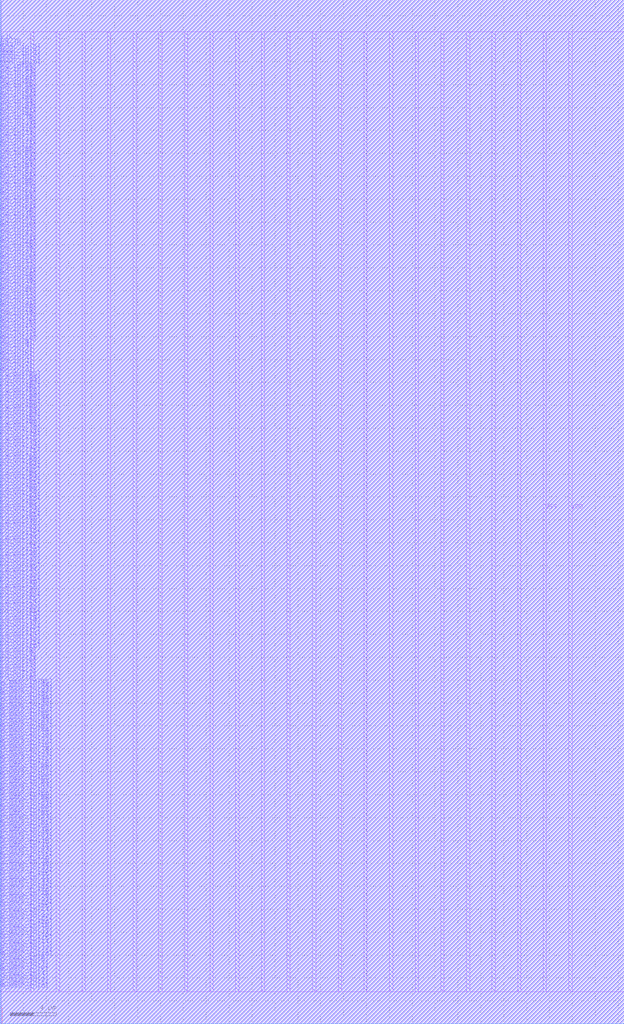
<source format=lef>
VERSION 5.7 ;
BUSBITCHARS "[]" ;
MACRO fakeram45_64x96
  FOREIGN fakeram45_64x96 0 0 ;
  SYMMETRY X Y R90 ;
  SIZE 0.19 BY 1.4 ;
  CLASS BLOCK ;
  PIN w_mask_in[0]
    DIRECTION INPUT ;
    USE SIGNAL ;
    SHAPE ABUTMENT ;
    PORT
      LAYER metal18 ;
      RECT 0.000 2.800 0.070 2.870 ;
    END
  END w_mask_in[0]
  PIN w_mask_in[1]
    DIRECTION INPUT ;
    USE SIGNAL ;
    SHAPE ABUTMENT ;
    PORT
      LAYER metal18 ;
      RECT 0.000 3.080 0.070 3.150 ;
    END
  END w_mask_in[1]
  PIN w_mask_in[2]
    DIRECTION INPUT ;
    USE SIGNAL ;
    SHAPE ABUTMENT ;
    PORT
      LAYER metal18 ;
      RECT 0.000 3.360 0.070 3.430 ;
    END
  END w_mask_in[2]
  PIN w_mask_in[3]
    DIRECTION INPUT ;
    USE SIGNAL ;
    SHAPE ABUTMENT ;
    PORT
      LAYER metal18 ;
      RECT 0.000 3.640 0.070 3.710 ;
    END
  END w_mask_in[3]
  PIN w_mask_in[4]
    DIRECTION INPUT ;
    USE SIGNAL ;
    SHAPE ABUTMENT ;
    PORT
      LAYER metal18 ;
      RECT 0.000 3.920 0.070 3.990 ;
    END
  END w_mask_in[4]
  PIN w_mask_in[5]
    DIRECTION INPUT ;
    USE SIGNAL ;
    SHAPE ABUTMENT ;
    PORT
      LAYER metal18 ;
      RECT 0.000 4.200 0.070 4.270 ;
    END
  END w_mask_in[5]
  PIN w_mask_in[6]
    DIRECTION INPUT ;
    USE SIGNAL ;
    SHAPE ABUTMENT ;
    PORT
      LAYER metal18 ;
      RECT 0.000 4.480 0.070 4.550 ;
    END
  END w_mask_in[6]
  PIN w_mask_in[7]
    DIRECTION INPUT ;
    USE SIGNAL ;
    SHAPE ABUTMENT ;
    PORT
      LAYER metal18 ;
      RECT 0.000 4.760 0.070 4.830 ;
    END
  END w_mask_in[7]
  PIN w_mask_in[8]
    DIRECTION INPUT ;
    USE SIGNAL ;
    SHAPE ABUTMENT ;
    PORT
      LAYER metal18 ;
      RECT 0.000 5.040 0.070 5.110 ;
    END
  END w_mask_in[8]
  PIN w_mask_in[9]
    DIRECTION INPUT ;
    USE SIGNAL ;
    SHAPE ABUTMENT ;
    PORT
      LAYER metal18 ;
      RECT 0.000 5.320 0.070 5.390 ;
    END
  END w_mask_in[9]
  PIN w_mask_in[10]
    DIRECTION INPUT ;
    USE SIGNAL ;
    SHAPE ABUTMENT ;
    PORT
      LAYER metal18 ;
      RECT 0.000 5.600 0.070 5.670 ;
    END
  END w_mask_in[10]
  PIN w_mask_in[11]
    DIRECTION INPUT ;
    USE SIGNAL ;
    SHAPE ABUTMENT ;
    PORT
      LAYER metal18 ;
      RECT 0.000 5.880 0.070 5.950 ;
    END
  END w_mask_in[11]
  PIN w_mask_in[12]
    DIRECTION INPUT ;
    USE SIGNAL ;
    SHAPE ABUTMENT ;
    PORT
      LAYER metal18 ;
      RECT 0.000 6.160 0.070 6.230 ;
    END
  END w_mask_in[12]
  PIN w_mask_in[13]
    DIRECTION INPUT ;
    USE SIGNAL ;
    SHAPE ABUTMENT ;
    PORT
      LAYER metal18 ;
      RECT 0.000 6.440 0.070 6.510 ;
    END
  END w_mask_in[13]
  PIN w_mask_in[14]
    DIRECTION INPUT ;
    USE SIGNAL ;
    SHAPE ABUTMENT ;
    PORT
      LAYER metal18 ;
      RECT 0.000 6.720 0.070 6.790 ;
    END
  END w_mask_in[14]
  PIN w_mask_in[15]
    DIRECTION INPUT ;
    USE SIGNAL ;
    SHAPE ABUTMENT ;
    PORT
      LAYER metal18 ;
      RECT 0.000 7.000 0.070 7.070 ;
    END
  END w_mask_in[15]
  PIN w_mask_in[16]
    DIRECTION INPUT ;
    USE SIGNAL ;
    SHAPE ABUTMENT ;
    PORT
      LAYER metal18 ;
      RECT 0.000 7.280 0.070 7.350 ;
    END
  END w_mask_in[16]
  PIN w_mask_in[17]
    DIRECTION INPUT ;
    USE SIGNAL ;
    SHAPE ABUTMENT ;
    PORT
      LAYER metal18 ;
      RECT 0.000 7.560 0.070 7.630 ;
    END
  END w_mask_in[17]
  PIN w_mask_in[18]
    DIRECTION INPUT ;
    USE SIGNAL ;
    SHAPE ABUTMENT ;
    PORT
      LAYER metal18 ;
      RECT 0.000 7.840 0.070 7.910 ;
    END
  END w_mask_in[18]
  PIN w_mask_in[19]
    DIRECTION INPUT ;
    USE SIGNAL ;
    SHAPE ABUTMENT ;
    PORT
      LAYER metal18 ;
      RECT 0.000 8.120 0.070 8.190 ;
    END
  END w_mask_in[19]
  PIN w_mask_in[20]
    DIRECTION INPUT ;
    USE SIGNAL ;
    SHAPE ABUTMENT ;
    PORT
      LAYER metal18 ;
      RECT 0.000 8.400 0.070 8.470 ;
    END
  END w_mask_in[20]
  PIN w_mask_in[21]
    DIRECTION INPUT ;
    USE SIGNAL ;
    SHAPE ABUTMENT ;
    PORT
      LAYER metal18 ;
      RECT 0.000 8.680 0.070 8.750 ;
    END
  END w_mask_in[21]
  PIN w_mask_in[22]
    DIRECTION INPUT ;
    USE SIGNAL ;
    SHAPE ABUTMENT ;
    PORT
      LAYER metal18 ;
      RECT 0.000 8.960 0.070 9.030 ;
    END
  END w_mask_in[22]
  PIN w_mask_in[23]
    DIRECTION INPUT ;
    USE SIGNAL ;
    SHAPE ABUTMENT ;
    PORT
      LAYER metal18 ;
      RECT 0.000 9.240 0.070 9.310 ;
    END
  END w_mask_in[23]
  PIN w_mask_in[24]
    DIRECTION INPUT ;
    USE SIGNAL ;
    SHAPE ABUTMENT ;
    PORT
      LAYER metal18 ;
      RECT 0.000 9.520 0.070 9.590 ;
    END
  END w_mask_in[24]
  PIN w_mask_in[25]
    DIRECTION INPUT ;
    USE SIGNAL ;
    SHAPE ABUTMENT ;
    PORT
      LAYER metal18 ;
      RECT 0.000 9.800 0.070 9.870 ;
    END
  END w_mask_in[25]
  PIN w_mask_in[26]
    DIRECTION INPUT ;
    USE SIGNAL ;
    SHAPE ABUTMENT ;
    PORT
      LAYER metal18 ;
      RECT 0.000 10.080 0.070 10.150 ;
    END
  END w_mask_in[26]
  PIN w_mask_in[27]
    DIRECTION INPUT ;
    USE SIGNAL ;
    SHAPE ABUTMENT ;
    PORT
      LAYER metal18 ;
      RECT 0.000 10.360 0.070 10.430 ;
    END
  END w_mask_in[27]
  PIN w_mask_in[28]
    DIRECTION INPUT ;
    USE SIGNAL ;
    SHAPE ABUTMENT ;
    PORT
      LAYER metal18 ;
      RECT 0.000 10.640 0.070 10.710 ;
    END
  END w_mask_in[28]
  PIN w_mask_in[29]
    DIRECTION INPUT ;
    USE SIGNAL ;
    SHAPE ABUTMENT ;
    PORT
      LAYER metal18 ;
      RECT 0.000 10.920 0.070 10.990 ;
    END
  END w_mask_in[29]
  PIN w_mask_in[30]
    DIRECTION INPUT ;
    USE SIGNAL ;
    SHAPE ABUTMENT ;
    PORT
      LAYER metal18 ;
      RECT 0.000 11.200 0.070 11.270 ;
    END
  END w_mask_in[30]
  PIN w_mask_in[31]
    DIRECTION INPUT ;
    USE SIGNAL ;
    SHAPE ABUTMENT ;
    PORT
      LAYER metal18 ;
      RECT 0.000 11.480 0.070 11.550 ;
    END
  END w_mask_in[31]
  PIN w_mask_in[32]
    DIRECTION INPUT ;
    USE SIGNAL ;
    SHAPE ABUTMENT ;
    PORT
      LAYER metal18 ;
      RECT 0.000 11.760 0.070 11.830 ;
    END
  END w_mask_in[32]
  PIN w_mask_in[33]
    DIRECTION INPUT ;
    USE SIGNAL ;
    SHAPE ABUTMENT ;
    PORT
      LAYER metal18 ;
      RECT 0.000 12.040 0.070 12.110 ;
    END
  END w_mask_in[33]
  PIN w_mask_in[34]
    DIRECTION INPUT ;
    USE SIGNAL ;
    SHAPE ABUTMENT ;
    PORT
      LAYER metal18 ;
      RECT 0.000 12.320 0.070 12.390 ;
    END
  END w_mask_in[34]
  PIN w_mask_in[35]
    DIRECTION INPUT ;
    USE SIGNAL ;
    SHAPE ABUTMENT ;
    PORT
      LAYER metal18 ;
      RECT 0.000 12.600 0.070 12.670 ;
    END
  END w_mask_in[35]
  PIN w_mask_in[36]
    DIRECTION INPUT ;
    USE SIGNAL ;
    SHAPE ABUTMENT ;
    PORT
      LAYER metal18 ;
      RECT 0.000 12.880 0.070 12.950 ;
    END
  END w_mask_in[36]
  PIN w_mask_in[37]
    DIRECTION INPUT ;
    USE SIGNAL ;
    SHAPE ABUTMENT ;
    PORT
      LAYER metal18 ;
      RECT 0.000 13.160 0.070 13.230 ;
    END
  END w_mask_in[37]
  PIN w_mask_in[38]
    DIRECTION INPUT ;
    USE SIGNAL ;
    SHAPE ABUTMENT ;
    PORT
      LAYER metal18 ;
      RECT 0.000 13.440 0.070 13.510 ;
    END
  END w_mask_in[38]
  PIN w_mask_in[39]
    DIRECTION INPUT ;
    USE SIGNAL ;
    SHAPE ABUTMENT ;
    PORT
      LAYER metal18 ;
      RECT 0.000 13.720 0.070 13.790 ;
    END
  END w_mask_in[39]
  PIN w_mask_in[40]
    DIRECTION INPUT ;
    USE SIGNAL ;
    SHAPE ABUTMENT ;
    PORT
      LAYER metal18 ;
      RECT 0.000 14.000 0.070 14.070 ;
    END
  END w_mask_in[40]
  PIN w_mask_in[41]
    DIRECTION INPUT ;
    USE SIGNAL ;
    SHAPE ABUTMENT ;
    PORT
      LAYER metal18 ;
      RECT 0.000 14.280 0.070 14.350 ;
    END
  END w_mask_in[41]
  PIN w_mask_in[42]
    DIRECTION INPUT ;
    USE SIGNAL ;
    SHAPE ABUTMENT ;
    PORT
      LAYER metal18 ;
      RECT 0.000 14.560 0.070 14.630 ;
    END
  END w_mask_in[42]
  PIN w_mask_in[43]
    DIRECTION INPUT ;
    USE SIGNAL ;
    SHAPE ABUTMENT ;
    PORT
      LAYER metal18 ;
      RECT 0.000 14.840 0.070 14.910 ;
    END
  END w_mask_in[43]
  PIN w_mask_in[44]
    DIRECTION INPUT ;
    USE SIGNAL ;
    SHAPE ABUTMENT ;
    PORT
      LAYER metal18 ;
      RECT 0.000 15.120 0.070 15.190 ;
    END
  END w_mask_in[44]
  PIN w_mask_in[45]
    DIRECTION INPUT ;
    USE SIGNAL ;
    SHAPE ABUTMENT ;
    PORT
      LAYER metal18 ;
      RECT 0.000 15.400 0.070 15.470 ;
    END
  END w_mask_in[45]
  PIN w_mask_in[46]
    DIRECTION INPUT ;
    USE SIGNAL ;
    SHAPE ABUTMENT ;
    PORT
      LAYER metal18 ;
      RECT 0.000 15.680 0.070 15.750 ;
    END
  END w_mask_in[46]
  PIN w_mask_in[47]
    DIRECTION INPUT ;
    USE SIGNAL ;
    SHAPE ABUTMENT ;
    PORT
      LAYER metal18 ;
      RECT 0.000 15.960 0.070 16.030 ;
    END
  END w_mask_in[47]
  PIN w_mask_in[48]
    DIRECTION INPUT ;
    USE SIGNAL ;
    SHAPE ABUTMENT ;
    PORT
      LAYER metal18 ;
      RECT 0.000 16.240 0.070 16.310 ;
    END
  END w_mask_in[48]
  PIN w_mask_in[49]
    DIRECTION INPUT ;
    USE SIGNAL ;
    SHAPE ABUTMENT ;
    PORT
      LAYER metal18 ;
      RECT 0.000 16.520 0.070 16.590 ;
    END
  END w_mask_in[49]
  PIN w_mask_in[50]
    DIRECTION INPUT ;
    USE SIGNAL ;
    SHAPE ABUTMENT ;
    PORT
      LAYER metal18 ;
      RECT 0.000 16.800 0.070 16.870 ;
    END
  END w_mask_in[50]
  PIN w_mask_in[51]
    DIRECTION INPUT ;
    USE SIGNAL ;
    SHAPE ABUTMENT ;
    PORT
      LAYER metal18 ;
      RECT 0.000 17.080 0.070 17.150 ;
    END
  END w_mask_in[51]
  PIN w_mask_in[52]
    DIRECTION INPUT ;
    USE SIGNAL ;
    SHAPE ABUTMENT ;
    PORT
      LAYER metal18 ;
      RECT 0.000 17.360 0.070 17.430 ;
    END
  END w_mask_in[52]
  PIN w_mask_in[53]
    DIRECTION INPUT ;
    USE SIGNAL ;
    SHAPE ABUTMENT ;
    PORT
      LAYER metal18 ;
      RECT 0.000 17.640 0.070 17.710 ;
    END
  END w_mask_in[53]
  PIN w_mask_in[54]
    DIRECTION INPUT ;
    USE SIGNAL ;
    SHAPE ABUTMENT ;
    PORT
      LAYER metal18 ;
      RECT 0.000 17.920 0.070 17.990 ;
    END
  END w_mask_in[54]
  PIN w_mask_in[55]
    DIRECTION INPUT ;
    USE SIGNAL ;
    SHAPE ABUTMENT ;
    PORT
      LAYER metal18 ;
      RECT 0.000 18.200 0.070 18.270 ;
    END
  END w_mask_in[55]
  PIN w_mask_in[56]
    DIRECTION INPUT ;
    USE SIGNAL ;
    SHAPE ABUTMENT ;
    PORT
      LAYER metal18 ;
      RECT 0.000 18.480 0.070 18.550 ;
    END
  END w_mask_in[56]
  PIN w_mask_in[57]
    DIRECTION INPUT ;
    USE SIGNAL ;
    SHAPE ABUTMENT ;
    PORT
      LAYER metal18 ;
      RECT 0.000 18.760 0.070 18.830 ;
    END
  END w_mask_in[57]
  PIN w_mask_in[58]
    DIRECTION INPUT ;
    USE SIGNAL ;
    SHAPE ABUTMENT ;
    PORT
      LAYER metal18 ;
      RECT 0.000 19.040 0.070 19.110 ;
    END
  END w_mask_in[58]
  PIN w_mask_in[59]
    DIRECTION INPUT ;
    USE SIGNAL ;
    SHAPE ABUTMENT ;
    PORT
      LAYER metal18 ;
      RECT 0.000 19.320 0.070 19.390 ;
    END
  END w_mask_in[59]
  PIN w_mask_in[60]
    DIRECTION INPUT ;
    USE SIGNAL ;
    SHAPE ABUTMENT ;
    PORT
      LAYER metal18 ;
      RECT 0.000 19.600 0.070 19.670 ;
    END
  END w_mask_in[60]
  PIN w_mask_in[61]
    DIRECTION INPUT ;
    USE SIGNAL ;
    SHAPE ABUTMENT ;
    PORT
      LAYER metal18 ;
      RECT 0.000 19.880 0.070 19.950 ;
    END
  END w_mask_in[61]
  PIN w_mask_in[62]
    DIRECTION INPUT ;
    USE SIGNAL ;
    SHAPE ABUTMENT ;
    PORT
      LAYER metal18 ;
      RECT 0.000 20.160 0.070 20.230 ;
    END
  END w_mask_in[62]
  PIN w_mask_in[63]
    DIRECTION INPUT ;
    USE SIGNAL ;
    SHAPE ABUTMENT ;
    PORT
      LAYER metal18 ;
      RECT 0.000 20.440 0.070 20.510 ;
    END
  END w_mask_in[63]
  PIN w_mask_in[64]
    DIRECTION INPUT ;
    USE SIGNAL ;
    SHAPE ABUTMENT ;
    PORT
      LAYER metal18 ;
      RECT 0.000 20.720 0.070 20.790 ;
    END
  END w_mask_in[64]
  PIN w_mask_in[65]
    DIRECTION INPUT ;
    USE SIGNAL ;
    SHAPE ABUTMENT ;
    PORT
      LAYER metal18 ;
      RECT 0.000 21.000 0.070 21.070 ;
    END
  END w_mask_in[65]
  PIN w_mask_in[66]
    DIRECTION INPUT ;
    USE SIGNAL ;
    SHAPE ABUTMENT ;
    PORT
      LAYER metal18 ;
      RECT 0.000 21.280 0.070 21.350 ;
    END
  END w_mask_in[66]
  PIN w_mask_in[67]
    DIRECTION INPUT ;
    USE SIGNAL ;
    SHAPE ABUTMENT ;
    PORT
      LAYER metal18 ;
      RECT 0.000 21.560 0.070 21.630 ;
    END
  END w_mask_in[67]
  PIN w_mask_in[68]
    DIRECTION INPUT ;
    USE SIGNAL ;
    SHAPE ABUTMENT ;
    PORT
      LAYER metal18 ;
      RECT 0.000 21.840 0.070 21.910 ;
    END
  END w_mask_in[68]
  PIN w_mask_in[69]
    DIRECTION INPUT ;
    USE SIGNAL ;
    SHAPE ABUTMENT ;
    PORT
      LAYER metal18 ;
      RECT 0.000 22.120 0.070 22.190 ;
    END
  END w_mask_in[69]
  PIN w_mask_in[70]
    DIRECTION INPUT ;
    USE SIGNAL ;
    SHAPE ABUTMENT ;
    PORT
      LAYER metal18 ;
      RECT 0.000 22.400 0.070 22.470 ;
    END
  END w_mask_in[70]
  PIN w_mask_in[71]
    DIRECTION INPUT ;
    USE SIGNAL ;
    SHAPE ABUTMENT ;
    PORT
      LAYER metal18 ;
      RECT 0.000 22.680 0.070 22.750 ;
    END
  END w_mask_in[71]
  PIN w_mask_in[72]
    DIRECTION INPUT ;
    USE SIGNAL ;
    SHAPE ABUTMENT ;
    PORT
      LAYER metal18 ;
      RECT 0.000 22.960 0.070 23.030 ;
    END
  END w_mask_in[72]
  PIN w_mask_in[73]
    DIRECTION INPUT ;
    USE SIGNAL ;
    SHAPE ABUTMENT ;
    PORT
      LAYER metal18 ;
      RECT 0.000 23.240 0.070 23.310 ;
    END
  END w_mask_in[73]
  PIN w_mask_in[74]
    DIRECTION INPUT ;
    USE SIGNAL ;
    SHAPE ABUTMENT ;
    PORT
      LAYER metal18 ;
      RECT 0.000 23.520 0.070 23.590 ;
    END
  END w_mask_in[74]
  PIN w_mask_in[75]
    DIRECTION INPUT ;
    USE SIGNAL ;
    SHAPE ABUTMENT ;
    PORT
      LAYER metal18 ;
      RECT 0.000 23.800 0.070 23.870 ;
    END
  END w_mask_in[75]
  PIN w_mask_in[76]
    DIRECTION INPUT ;
    USE SIGNAL ;
    SHAPE ABUTMENT ;
    PORT
      LAYER metal18 ;
      RECT 0.000 24.080 0.070 24.150 ;
    END
  END w_mask_in[76]
  PIN w_mask_in[77]
    DIRECTION INPUT ;
    USE SIGNAL ;
    SHAPE ABUTMENT ;
    PORT
      LAYER metal18 ;
      RECT 0.000 24.360 0.070 24.430 ;
    END
  END w_mask_in[77]
  PIN w_mask_in[78]
    DIRECTION INPUT ;
    USE SIGNAL ;
    SHAPE ABUTMENT ;
    PORT
      LAYER metal18 ;
      RECT 0.000 24.640 0.070 24.710 ;
    END
  END w_mask_in[78]
  PIN w_mask_in[79]
    DIRECTION INPUT ;
    USE SIGNAL ;
    SHAPE ABUTMENT ;
    PORT
      LAYER metal18 ;
      RECT 0.000 24.920 0.070 24.990 ;
    END
  END w_mask_in[79]
  PIN w_mask_in[80]
    DIRECTION INPUT ;
    USE SIGNAL ;
    SHAPE ABUTMENT ;
    PORT
      LAYER metal18 ;
      RECT 0.000 25.200 0.070 25.270 ;
    END
  END w_mask_in[80]
  PIN w_mask_in[81]
    DIRECTION INPUT ;
    USE SIGNAL ;
    SHAPE ABUTMENT ;
    PORT
      LAYER metal18 ;
      RECT 0.000 25.480 0.070 25.550 ;
    END
  END w_mask_in[81]
  PIN w_mask_in[82]
    DIRECTION INPUT ;
    USE SIGNAL ;
    SHAPE ABUTMENT ;
    PORT
      LAYER metal18 ;
      RECT 0.000 25.760 0.070 25.830 ;
    END
  END w_mask_in[82]
  PIN w_mask_in[83]
    DIRECTION INPUT ;
    USE SIGNAL ;
    SHAPE ABUTMENT ;
    PORT
      LAYER metal18 ;
      RECT 0.000 26.040 0.070 26.110 ;
    END
  END w_mask_in[83]
  PIN w_mask_in[84]
    DIRECTION INPUT ;
    USE SIGNAL ;
    SHAPE ABUTMENT ;
    PORT
      LAYER metal18 ;
      RECT 0.000 26.320 0.070 26.390 ;
    END
  END w_mask_in[84]
  PIN w_mask_in[85]
    DIRECTION INPUT ;
    USE SIGNAL ;
    SHAPE ABUTMENT ;
    PORT
      LAYER metal18 ;
      RECT 0.000 26.600 0.070 26.670 ;
    END
  END w_mask_in[85]
  PIN w_mask_in[86]
    DIRECTION INPUT ;
    USE SIGNAL ;
    SHAPE ABUTMENT ;
    PORT
      LAYER metal18 ;
      RECT 0.000 26.880 0.070 26.950 ;
    END
  END w_mask_in[86]
  PIN w_mask_in[87]
    DIRECTION INPUT ;
    USE SIGNAL ;
    SHAPE ABUTMENT ;
    PORT
      LAYER metal18 ;
      RECT 0.000 27.160 0.070 27.230 ;
    END
  END w_mask_in[87]
  PIN w_mask_in[88]
    DIRECTION INPUT ;
    USE SIGNAL ;
    SHAPE ABUTMENT ;
    PORT
      LAYER metal18 ;
      RECT 0.000 27.440 0.070 27.510 ;
    END
  END w_mask_in[88]
  PIN w_mask_in[89]
    DIRECTION INPUT ;
    USE SIGNAL ;
    SHAPE ABUTMENT ;
    PORT
      LAYER metal18 ;
      RECT 0.000 27.720 0.070 27.790 ;
    END
  END w_mask_in[89]
  PIN w_mask_in[90]
    DIRECTION INPUT ;
    USE SIGNAL ;
    SHAPE ABUTMENT ;
    PORT
      LAYER metal18 ;
      RECT 0.000 28.000 0.070 28.070 ;
    END
  END w_mask_in[90]
  PIN w_mask_in[91]
    DIRECTION INPUT ;
    USE SIGNAL ;
    SHAPE ABUTMENT ;
    PORT
      LAYER metal18 ;
      RECT 0.000 28.280 0.070 28.350 ;
    END
  END w_mask_in[91]
  PIN w_mask_in[92]
    DIRECTION INPUT ;
    USE SIGNAL ;
    SHAPE ABUTMENT ;
    PORT
      LAYER metal18 ;
      RECT 0.000 28.560 0.070 28.630 ;
    END
  END w_mask_in[92]
  PIN w_mask_in[93]
    DIRECTION INPUT ;
    USE SIGNAL ;
    SHAPE ABUTMENT ;
    PORT
      LAYER metal18 ;
      RECT 0.000 28.840 0.070 28.910 ;
    END
  END w_mask_in[93]
  PIN w_mask_in[94]
    DIRECTION INPUT ;
    USE SIGNAL ;
    SHAPE ABUTMENT ;
    PORT
      LAYER metal18 ;
      RECT 0.000 29.120 0.070 29.190 ;
    END
  END w_mask_in[94]
  PIN w_mask_in[95]
    DIRECTION INPUT ;
    USE SIGNAL ;
    SHAPE ABUTMENT ;
    PORT
      LAYER metal18 ;
      RECT 0.000 29.400 0.070 29.470 ;
    END
  END w_mask_in[95]
  PIN rd_out[0]
    DIRECTION OUTPUT ;
    USE SIGNAL ;
    SHAPE ABUTMENT ;
    PORT
      LAYER metal18 ;
      RECT 0.000 29.680 0.070 29.750 ;
    END
  END rd_out[0]
  PIN rd_out[1]
    DIRECTION OUTPUT ;
    USE SIGNAL ;
    SHAPE ABUTMENT ;
    PORT
      LAYER metal18 ;
      RECT 0.000 29.960 0.070 30.030 ;
    END
  END rd_out[1]
  PIN rd_out[2]
    DIRECTION OUTPUT ;
    USE SIGNAL ;
    SHAPE ABUTMENT ;
    PORT
      LAYER metal18 ;
      RECT 0.000 30.240 0.070 30.310 ;
    END
  END rd_out[2]
  PIN rd_out[3]
    DIRECTION OUTPUT ;
    USE SIGNAL ;
    SHAPE ABUTMENT ;
    PORT
      LAYER metal18 ;
      RECT 0.000 30.520 0.070 30.590 ;
    END
  END rd_out[3]
  PIN rd_out[4]
    DIRECTION OUTPUT ;
    USE SIGNAL ;
    SHAPE ABUTMENT ;
    PORT
      LAYER metal18 ;
      RECT 0.000 30.800 0.070 30.870 ;
    END
  END rd_out[4]
  PIN rd_out[5]
    DIRECTION OUTPUT ;
    USE SIGNAL ;
    SHAPE ABUTMENT ;
    PORT
      LAYER metal18 ;
      RECT 0.000 31.080 0.070 31.150 ;
    END
  END rd_out[5]
  PIN rd_out[6]
    DIRECTION OUTPUT ;
    USE SIGNAL ;
    SHAPE ABUTMENT ;
    PORT
      LAYER metal18 ;
      RECT 0.000 31.360 0.070 31.430 ;
    END
  END rd_out[6]
  PIN rd_out[7]
    DIRECTION OUTPUT ;
    USE SIGNAL ;
    SHAPE ABUTMENT ;
    PORT
      LAYER metal18 ;
      RECT 0.000 31.640 0.070 31.710 ;
    END
  END rd_out[7]
  PIN rd_out[8]
    DIRECTION OUTPUT ;
    USE SIGNAL ;
    SHAPE ABUTMENT ;
    PORT
      LAYER metal18 ;
      RECT 0.000 31.920 0.070 31.990 ;
    END
  END rd_out[8]
  PIN rd_out[9]
    DIRECTION OUTPUT ;
    USE SIGNAL ;
    SHAPE ABUTMENT ;
    PORT
      LAYER metal18 ;
      RECT 0.000 32.200 0.070 32.270 ;
    END
  END rd_out[9]
  PIN rd_out[10]
    DIRECTION OUTPUT ;
    USE SIGNAL ;
    SHAPE ABUTMENT ;
    PORT
      LAYER metal18 ;
      RECT 0.000 32.480 0.070 32.550 ;
    END
  END rd_out[10]
  PIN rd_out[11]
    DIRECTION OUTPUT ;
    USE SIGNAL ;
    SHAPE ABUTMENT ;
    PORT
      LAYER metal18 ;
      RECT 0.000 32.760 0.070 32.830 ;
    END
  END rd_out[11]
  PIN rd_out[12]
    DIRECTION OUTPUT ;
    USE SIGNAL ;
    SHAPE ABUTMENT ;
    PORT
      LAYER metal18 ;
      RECT 0.000 33.040 0.070 33.110 ;
    END
  END rd_out[12]
  PIN rd_out[13]
    DIRECTION OUTPUT ;
    USE SIGNAL ;
    SHAPE ABUTMENT ;
    PORT
      LAYER metal18 ;
      RECT 0.000 33.320 0.070 33.390 ;
    END
  END rd_out[13]
  PIN rd_out[14]
    DIRECTION OUTPUT ;
    USE SIGNAL ;
    SHAPE ABUTMENT ;
    PORT
      LAYER metal18 ;
      RECT 0.000 33.600 0.070 33.670 ;
    END
  END rd_out[14]
  PIN rd_out[15]
    DIRECTION OUTPUT ;
    USE SIGNAL ;
    SHAPE ABUTMENT ;
    PORT
      LAYER metal18 ;
      RECT 0.000 33.880 0.070 33.950 ;
    END
  END rd_out[15]
  PIN rd_out[16]
    DIRECTION OUTPUT ;
    USE SIGNAL ;
    SHAPE ABUTMENT ;
    PORT
      LAYER metal18 ;
      RECT 0.000 34.160 0.070 34.230 ;
    END
  END rd_out[16]
  PIN rd_out[17]
    DIRECTION OUTPUT ;
    USE SIGNAL ;
    SHAPE ABUTMENT ;
    PORT
      LAYER metal18 ;
      RECT 0.000 34.440 0.070 34.510 ;
    END
  END rd_out[17]
  PIN rd_out[18]
    DIRECTION OUTPUT ;
    USE SIGNAL ;
    SHAPE ABUTMENT ;
    PORT
      LAYER metal18 ;
      RECT 0.000 34.720 0.070 34.790 ;
    END
  END rd_out[18]
  PIN rd_out[19]
    DIRECTION OUTPUT ;
    USE SIGNAL ;
    SHAPE ABUTMENT ;
    PORT
      LAYER metal18 ;
      RECT 0.000 35.000 0.070 35.070 ;
    END
  END rd_out[19]
  PIN rd_out[20]
    DIRECTION OUTPUT ;
    USE SIGNAL ;
    SHAPE ABUTMENT ;
    PORT
      LAYER metal18 ;
      RECT 0.000 35.280 0.070 35.350 ;
    END
  END rd_out[20]
  PIN rd_out[21]
    DIRECTION OUTPUT ;
    USE SIGNAL ;
    SHAPE ABUTMENT ;
    PORT
      LAYER metal18 ;
      RECT 0.000 35.560 0.070 35.630 ;
    END
  END rd_out[21]
  PIN rd_out[22]
    DIRECTION OUTPUT ;
    USE SIGNAL ;
    SHAPE ABUTMENT ;
    PORT
      LAYER metal18 ;
      RECT 0.000 35.840 0.070 35.910 ;
    END
  END rd_out[22]
  PIN rd_out[23]
    DIRECTION OUTPUT ;
    USE SIGNAL ;
    SHAPE ABUTMENT ;
    PORT
      LAYER metal18 ;
      RECT 0.000 36.120 0.070 36.190 ;
    END
  END rd_out[23]
  PIN rd_out[24]
    DIRECTION OUTPUT ;
    USE SIGNAL ;
    SHAPE ABUTMENT ;
    PORT
      LAYER metal18 ;
      RECT 0.000 36.400 0.070 36.470 ;
    END
  END rd_out[24]
  PIN rd_out[25]
    DIRECTION OUTPUT ;
    USE SIGNAL ;
    SHAPE ABUTMENT ;
    PORT
      LAYER metal18 ;
      RECT 0.000 36.680 0.070 36.750 ;
    END
  END rd_out[25]
  PIN rd_out[26]
    DIRECTION OUTPUT ;
    USE SIGNAL ;
    SHAPE ABUTMENT ;
    PORT
      LAYER metal18 ;
      RECT 0.000 36.960 0.070 37.030 ;
    END
  END rd_out[26]
  PIN rd_out[27]
    DIRECTION OUTPUT ;
    USE SIGNAL ;
    SHAPE ABUTMENT ;
    PORT
      LAYER metal18 ;
      RECT 0.000 37.240 0.070 37.310 ;
    END
  END rd_out[27]
  PIN rd_out[28]
    DIRECTION OUTPUT ;
    USE SIGNAL ;
    SHAPE ABUTMENT ;
    PORT
      LAYER metal18 ;
      RECT 0.000 37.520 0.070 37.590 ;
    END
  END rd_out[28]
  PIN rd_out[29]
    DIRECTION OUTPUT ;
    USE SIGNAL ;
    SHAPE ABUTMENT ;
    PORT
      LAYER metal18 ;
      RECT 0.000 37.800 0.070 37.870 ;
    END
  END rd_out[29]
  PIN rd_out[30]
    DIRECTION OUTPUT ;
    USE SIGNAL ;
    SHAPE ABUTMENT ;
    PORT
      LAYER metal18 ;
      RECT 0.000 38.080 0.070 38.150 ;
    END
  END rd_out[30]
  PIN rd_out[31]
    DIRECTION OUTPUT ;
    USE SIGNAL ;
    SHAPE ABUTMENT ;
    PORT
      LAYER metal18 ;
      RECT 0.000 38.360 0.070 38.430 ;
    END
  END rd_out[31]
  PIN rd_out[32]
    DIRECTION OUTPUT ;
    USE SIGNAL ;
    SHAPE ABUTMENT ;
    PORT
      LAYER metal18 ;
      RECT 0.000 38.640 0.070 38.710 ;
    END
  END rd_out[32]
  PIN rd_out[33]
    DIRECTION OUTPUT ;
    USE SIGNAL ;
    SHAPE ABUTMENT ;
    PORT
      LAYER metal18 ;
      RECT 0.000 38.920 0.070 38.990 ;
    END
  END rd_out[33]
  PIN rd_out[34]
    DIRECTION OUTPUT ;
    USE SIGNAL ;
    SHAPE ABUTMENT ;
    PORT
      LAYER metal18 ;
      RECT 0.000 39.200 0.070 39.270 ;
    END
  END rd_out[34]
  PIN rd_out[35]
    DIRECTION OUTPUT ;
    USE SIGNAL ;
    SHAPE ABUTMENT ;
    PORT
      LAYER metal18 ;
      RECT 0.000 39.480 0.070 39.550 ;
    END
  END rd_out[35]
  PIN rd_out[36]
    DIRECTION OUTPUT ;
    USE SIGNAL ;
    SHAPE ABUTMENT ;
    PORT
      LAYER metal18 ;
      RECT 0.000 39.760 0.070 39.830 ;
    END
  END rd_out[36]
  PIN rd_out[37]
    DIRECTION OUTPUT ;
    USE SIGNAL ;
    SHAPE ABUTMENT ;
    PORT
      LAYER metal18 ;
      RECT 0.000 40.040 0.070 40.110 ;
    END
  END rd_out[37]
  PIN rd_out[38]
    DIRECTION OUTPUT ;
    USE SIGNAL ;
    SHAPE ABUTMENT ;
    PORT
      LAYER metal18 ;
      RECT 0.000 40.320 0.070 40.390 ;
    END
  END rd_out[38]
  PIN rd_out[39]
    DIRECTION OUTPUT ;
    USE SIGNAL ;
    SHAPE ABUTMENT ;
    PORT
      LAYER metal18 ;
      RECT 0.000 40.600 0.070 40.670 ;
    END
  END rd_out[39]
  PIN rd_out[40]
    DIRECTION OUTPUT ;
    USE SIGNAL ;
    SHAPE ABUTMENT ;
    PORT
      LAYER metal18 ;
      RECT 0.000 40.880 0.070 40.950 ;
    END
  END rd_out[40]
  PIN rd_out[41]
    DIRECTION OUTPUT ;
    USE SIGNAL ;
    SHAPE ABUTMENT ;
    PORT
      LAYER metal18 ;
      RECT 0.000 41.160 0.070 41.230 ;
    END
  END rd_out[41]
  PIN rd_out[42]
    DIRECTION OUTPUT ;
    USE SIGNAL ;
    SHAPE ABUTMENT ;
    PORT
      LAYER metal18 ;
      RECT 0.000 41.440 0.070 41.510 ;
    END
  END rd_out[42]
  PIN rd_out[43]
    DIRECTION OUTPUT ;
    USE SIGNAL ;
    SHAPE ABUTMENT ;
    PORT
      LAYER metal18 ;
      RECT 0.000 41.720 0.070 41.790 ;
    END
  END rd_out[43]
  PIN rd_out[44]
    DIRECTION OUTPUT ;
    USE SIGNAL ;
    SHAPE ABUTMENT ;
    PORT
      LAYER metal18 ;
      RECT 0.000 42.000 0.070 42.070 ;
    END
  END rd_out[44]
  PIN rd_out[45]
    DIRECTION OUTPUT ;
    USE SIGNAL ;
    SHAPE ABUTMENT ;
    PORT
      LAYER metal18 ;
      RECT 0.000 42.280 0.070 42.350 ;
    END
  END rd_out[45]
  PIN rd_out[46]
    DIRECTION OUTPUT ;
    USE SIGNAL ;
    SHAPE ABUTMENT ;
    PORT
      LAYER metal18 ;
      RECT 0.000 42.560 0.070 42.630 ;
    END
  END rd_out[46]
  PIN rd_out[47]
    DIRECTION OUTPUT ;
    USE SIGNAL ;
    SHAPE ABUTMENT ;
    PORT
      LAYER metal18 ;
      RECT 0.000 42.840 0.070 42.910 ;
    END
  END rd_out[47]
  PIN rd_out[48]
    DIRECTION OUTPUT ;
    USE SIGNAL ;
    SHAPE ABUTMENT ;
    PORT
      LAYER metal18 ;
      RECT 0.000 43.120 0.070 43.190 ;
    END
  END rd_out[48]
  PIN rd_out[49]
    DIRECTION OUTPUT ;
    USE SIGNAL ;
    SHAPE ABUTMENT ;
    PORT
      LAYER metal18 ;
      RECT 0.000 43.400 0.070 43.470 ;
    END
  END rd_out[49]
  PIN rd_out[50]
    DIRECTION OUTPUT ;
    USE SIGNAL ;
    SHAPE ABUTMENT ;
    PORT
      LAYER metal18 ;
      RECT 0.000 43.680 0.070 43.750 ;
    END
  END rd_out[50]
  PIN rd_out[51]
    DIRECTION OUTPUT ;
    USE SIGNAL ;
    SHAPE ABUTMENT ;
    PORT
      LAYER metal18 ;
      RECT 0.000 43.960 0.070 44.030 ;
    END
  END rd_out[51]
  PIN rd_out[52]
    DIRECTION OUTPUT ;
    USE SIGNAL ;
    SHAPE ABUTMENT ;
    PORT
      LAYER metal18 ;
      RECT 0.000 44.240 0.070 44.310 ;
    END
  END rd_out[52]
  PIN rd_out[53]
    DIRECTION OUTPUT ;
    USE SIGNAL ;
    SHAPE ABUTMENT ;
    PORT
      LAYER metal18 ;
      RECT 0.000 44.520 0.070 44.590 ;
    END
  END rd_out[53]
  PIN rd_out[54]
    DIRECTION OUTPUT ;
    USE SIGNAL ;
    SHAPE ABUTMENT ;
    PORT
      LAYER metal18 ;
      RECT 0.000 44.800 0.070 44.870 ;
    END
  END rd_out[54]
  PIN rd_out[55]
    DIRECTION OUTPUT ;
    USE SIGNAL ;
    SHAPE ABUTMENT ;
    PORT
      LAYER metal18 ;
      RECT 0.000 45.080 0.070 45.150 ;
    END
  END rd_out[55]
  PIN rd_out[56]
    DIRECTION OUTPUT ;
    USE SIGNAL ;
    SHAPE ABUTMENT ;
    PORT
      LAYER metal18 ;
      RECT 0.000 45.360 0.070 45.430 ;
    END
  END rd_out[56]
  PIN rd_out[57]
    DIRECTION OUTPUT ;
    USE SIGNAL ;
    SHAPE ABUTMENT ;
    PORT
      LAYER metal18 ;
      RECT 0.000 45.640 0.070 45.710 ;
    END
  END rd_out[57]
  PIN rd_out[58]
    DIRECTION OUTPUT ;
    USE SIGNAL ;
    SHAPE ABUTMENT ;
    PORT
      LAYER metal18 ;
      RECT 0.000 45.920 0.070 45.990 ;
    END
  END rd_out[58]
  PIN rd_out[59]
    DIRECTION OUTPUT ;
    USE SIGNAL ;
    SHAPE ABUTMENT ;
    PORT
      LAYER metal18 ;
      RECT 0.000 46.200 0.070 46.270 ;
    END
  END rd_out[59]
  PIN rd_out[60]
    DIRECTION OUTPUT ;
    USE SIGNAL ;
    SHAPE ABUTMENT ;
    PORT
      LAYER metal18 ;
      RECT 0.000 46.480 0.070 46.550 ;
    END
  END rd_out[60]
  PIN rd_out[61]
    DIRECTION OUTPUT ;
    USE SIGNAL ;
    SHAPE ABUTMENT ;
    PORT
      LAYER metal18 ;
      RECT 0.000 46.760 0.070 46.830 ;
    END
  END rd_out[61]
  PIN rd_out[62]
    DIRECTION OUTPUT ;
    USE SIGNAL ;
    SHAPE ABUTMENT ;
    PORT
      LAYER metal18 ;
      RECT 0.000 47.040 0.070 47.110 ;
    END
  END rd_out[62]
  PIN rd_out[63]
    DIRECTION OUTPUT ;
    USE SIGNAL ;
    SHAPE ABUTMENT ;
    PORT
      LAYER metal18 ;
      RECT 0.000 47.320 0.070 47.390 ;
    END
  END rd_out[63]
  PIN rd_out[64]
    DIRECTION OUTPUT ;
    USE SIGNAL ;
    SHAPE ABUTMENT ;
    PORT
      LAYER metal18 ;
      RECT 0.000 47.600 0.070 47.670 ;
    END
  END rd_out[64]
  PIN rd_out[65]
    DIRECTION OUTPUT ;
    USE SIGNAL ;
    SHAPE ABUTMENT ;
    PORT
      LAYER metal18 ;
      RECT 0.000 47.880 0.070 47.950 ;
    END
  END rd_out[65]
  PIN rd_out[66]
    DIRECTION OUTPUT ;
    USE SIGNAL ;
    SHAPE ABUTMENT ;
    PORT
      LAYER metal18 ;
      RECT 0.000 48.160 0.070 48.230 ;
    END
  END rd_out[66]
  PIN rd_out[67]
    DIRECTION OUTPUT ;
    USE SIGNAL ;
    SHAPE ABUTMENT ;
    PORT
      LAYER metal18 ;
      RECT 0.000 48.440 0.070 48.510 ;
    END
  END rd_out[67]
  PIN rd_out[68]
    DIRECTION OUTPUT ;
    USE SIGNAL ;
    SHAPE ABUTMENT ;
    PORT
      LAYER metal18 ;
      RECT 0.000 48.720 0.070 48.790 ;
    END
  END rd_out[68]
  PIN rd_out[69]
    DIRECTION OUTPUT ;
    USE SIGNAL ;
    SHAPE ABUTMENT ;
    PORT
      LAYER metal18 ;
      RECT 0.000 49.000 0.070 49.070 ;
    END
  END rd_out[69]
  PIN rd_out[70]
    DIRECTION OUTPUT ;
    USE SIGNAL ;
    SHAPE ABUTMENT ;
    PORT
      LAYER metal18 ;
      RECT 0.000 49.280 0.070 49.350 ;
    END
  END rd_out[70]
  PIN rd_out[71]
    DIRECTION OUTPUT ;
    USE SIGNAL ;
    SHAPE ABUTMENT ;
    PORT
      LAYER metal18 ;
      RECT 0.000 49.560 0.070 49.630 ;
    END
  END rd_out[71]
  PIN rd_out[72]
    DIRECTION OUTPUT ;
    USE SIGNAL ;
    SHAPE ABUTMENT ;
    PORT
      LAYER metal18 ;
      RECT 0.000 49.840 0.070 49.910 ;
    END
  END rd_out[72]
  PIN rd_out[73]
    DIRECTION OUTPUT ;
    USE SIGNAL ;
    SHAPE ABUTMENT ;
    PORT
      LAYER metal18 ;
      RECT 0.000 50.120 0.070 50.190 ;
    END
  END rd_out[73]
  PIN rd_out[74]
    DIRECTION OUTPUT ;
    USE SIGNAL ;
    SHAPE ABUTMENT ;
    PORT
      LAYER metal18 ;
      RECT 0.000 50.400 0.070 50.470 ;
    END
  END rd_out[74]
  PIN rd_out[75]
    DIRECTION OUTPUT ;
    USE SIGNAL ;
    SHAPE ABUTMENT ;
    PORT
      LAYER metal18 ;
      RECT 0.000 50.680 0.070 50.750 ;
    END
  END rd_out[75]
  PIN rd_out[76]
    DIRECTION OUTPUT ;
    USE SIGNAL ;
    SHAPE ABUTMENT ;
    PORT
      LAYER metal18 ;
      RECT 0.000 50.960 0.070 51.030 ;
    END
  END rd_out[76]
  PIN rd_out[77]
    DIRECTION OUTPUT ;
    USE SIGNAL ;
    SHAPE ABUTMENT ;
    PORT
      LAYER metal18 ;
      RECT 0.000 51.240 0.070 51.310 ;
    END
  END rd_out[77]
  PIN rd_out[78]
    DIRECTION OUTPUT ;
    USE SIGNAL ;
    SHAPE ABUTMENT ;
    PORT
      LAYER metal18 ;
      RECT 0.000 51.520 0.070 51.590 ;
    END
  END rd_out[78]
  PIN rd_out[79]
    DIRECTION OUTPUT ;
    USE SIGNAL ;
    SHAPE ABUTMENT ;
    PORT
      LAYER metal18 ;
      RECT 0.000 51.800 0.070 51.870 ;
    END
  END rd_out[79]
  PIN rd_out[80]
    DIRECTION OUTPUT ;
    USE SIGNAL ;
    SHAPE ABUTMENT ;
    PORT
      LAYER metal18 ;
      RECT 0.000 52.080 0.070 52.150 ;
    END
  END rd_out[80]
  PIN rd_out[81]
    DIRECTION OUTPUT ;
    USE SIGNAL ;
    SHAPE ABUTMENT ;
    PORT
      LAYER metal18 ;
      RECT 0.000 52.360 0.070 52.430 ;
    END
  END rd_out[81]
  PIN rd_out[82]
    DIRECTION OUTPUT ;
    USE SIGNAL ;
    SHAPE ABUTMENT ;
    PORT
      LAYER metal18 ;
      RECT 0.000 52.640 0.070 52.710 ;
    END
  END rd_out[82]
  PIN rd_out[83]
    DIRECTION OUTPUT ;
    USE SIGNAL ;
    SHAPE ABUTMENT ;
    PORT
      LAYER metal18 ;
      RECT 0.000 52.920 0.070 52.990 ;
    END
  END rd_out[83]
  PIN rd_out[84]
    DIRECTION OUTPUT ;
    USE SIGNAL ;
    SHAPE ABUTMENT ;
    PORT
      LAYER metal18 ;
      RECT 0.000 53.200 0.070 53.270 ;
    END
  END rd_out[84]
  PIN rd_out[85]
    DIRECTION OUTPUT ;
    USE SIGNAL ;
    SHAPE ABUTMENT ;
    PORT
      LAYER metal18 ;
      RECT 0.000 53.480 0.070 53.550 ;
    END
  END rd_out[85]
  PIN rd_out[86]
    DIRECTION OUTPUT ;
    USE SIGNAL ;
    SHAPE ABUTMENT ;
    PORT
      LAYER metal18 ;
      RECT 0.000 53.760 0.070 53.830 ;
    END
  END rd_out[86]
  PIN rd_out[87]
    DIRECTION OUTPUT ;
    USE SIGNAL ;
    SHAPE ABUTMENT ;
    PORT
      LAYER metal18 ;
      RECT 0.000 54.040 0.070 54.110 ;
    END
  END rd_out[87]
  PIN rd_out[88]
    DIRECTION OUTPUT ;
    USE SIGNAL ;
    SHAPE ABUTMENT ;
    PORT
      LAYER metal18 ;
      RECT 0.000 54.320 0.070 54.390 ;
    END
  END rd_out[88]
  PIN rd_out[89]
    DIRECTION OUTPUT ;
    USE SIGNAL ;
    SHAPE ABUTMENT ;
    PORT
      LAYER metal18 ;
      RECT 0.000 54.600 0.070 54.670 ;
    END
  END rd_out[89]
  PIN rd_out[90]
    DIRECTION OUTPUT ;
    USE SIGNAL ;
    SHAPE ABUTMENT ;
    PORT
      LAYER metal18 ;
      RECT 0.000 54.880 0.070 54.950 ;
    END
  END rd_out[90]
  PIN rd_out[91]
    DIRECTION OUTPUT ;
    USE SIGNAL ;
    SHAPE ABUTMENT ;
    PORT
      LAYER metal18 ;
      RECT 0.000 55.160 0.070 55.230 ;
    END
  END rd_out[91]
  PIN rd_out[92]
    DIRECTION OUTPUT ;
    USE SIGNAL ;
    SHAPE ABUTMENT ;
    PORT
      LAYER metal18 ;
      RECT 0.000 55.440 0.070 55.510 ;
    END
  END rd_out[92]
  PIN rd_out[93]
    DIRECTION OUTPUT ;
    USE SIGNAL ;
    SHAPE ABUTMENT ;
    PORT
      LAYER metal18 ;
      RECT 0.000 55.720 0.070 55.790 ;
    END
  END rd_out[93]
  PIN rd_out[94]
    DIRECTION OUTPUT ;
    USE SIGNAL ;
    SHAPE ABUTMENT ;
    PORT
      LAYER metal18 ;
      RECT 0.000 56.000 0.070 56.070 ;
    END
  END rd_out[94]
  PIN rd_out[95]
    DIRECTION OUTPUT ;
    USE SIGNAL ;
    SHAPE ABUTMENT ;
    PORT
      LAYER metal18 ;
      RECT 0.000 56.280 0.070 56.350 ;
    END
  END rd_out[95]
  PIN wd_in[0]
    DIRECTION INPUT ;
    USE SIGNAL ;
    SHAPE ABUTMENT ;
    PORT
      LAYER metal18 ;
      RECT 0.000 56.560 0.070 56.630 ;
    END
  END wd_in[0]
  PIN wd_in[1]
    DIRECTION INPUT ;
    USE SIGNAL ;
    SHAPE ABUTMENT ;
    PORT
      LAYER metal18 ;
      RECT 0.000 56.840 0.070 56.910 ;
    END
  END wd_in[1]
  PIN wd_in[2]
    DIRECTION INPUT ;
    USE SIGNAL ;
    SHAPE ABUTMENT ;
    PORT
      LAYER metal18 ;
      RECT 0.000 57.120 0.070 57.190 ;
    END
  END wd_in[2]
  PIN wd_in[3]
    DIRECTION INPUT ;
    USE SIGNAL ;
    SHAPE ABUTMENT ;
    PORT
      LAYER metal18 ;
      RECT 0.000 57.400 0.070 57.470 ;
    END
  END wd_in[3]
  PIN wd_in[4]
    DIRECTION INPUT ;
    USE SIGNAL ;
    SHAPE ABUTMENT ;
    PORT
      LAYER metal18 ;
      RECT 0.000 57.680 0.070 57.750 ;
    END
  END wd_in[4]
  PIN wd_in[5]
    DIRECTION INPUT ;
    USE SIGNAL ;
    SHAPE ABUTMENT ;
    PORT
      LAYER metal18 ;
      RECT 0.000 57.960 0.070 58.030 ;
    END
  END wd_in[5]
  PIN wd_in[6]
    DIRECTION INPUT ;
    USE SIGNAL ;
    SHAPE ABUTMENT ;
    PORT
      LAYER metal18 ;
      RECT 0.000 58.240 0.070 58.310 ;
    END
  END wd_in[6]
  PIN wd_in[7]
    DIRECTION INPUT ;
    USE SIGNAL ;
    SHAPE ABUTMENT ;
    PORT
      LAYER metal18 ;
      RECT 0.000 58.520 0.070 58.590 ;
    END
  END wd_in[7]
  PIN wd_in[8]
    DIRECTION INPUT ;
    USE SIGNAL ;
    SHAPE ABUTMENT ;
    PORT
      LAYER metal18 ;
      RECT 0.000 58.800 0.070 58.870 ;
    END
  END wd_in[8]
  PIN wd_in[9]
    DIRECTION INPUT ;
    USE SIGNAL ;
    SHAPE ABUTMENT ;
    PORT
      LAYER metal18 ;
      RECT 0.000 59.080 0.070 59.150 ;
    END
  END wd_in[9]
  PIN wd_in[10]
    DIRECTION INPUT ;
    USE SIGNAL ;
    SHAPE ABUTMENT ;
    PORT
      LAYER metal18 ;
      RECT 0.000 59.360 0.070 59.430 ;
    END
  END wd_in[10]
  PIN wd_in[11]
    DIRECTION INPUT ;
    USE SIGNAL ;
    SHAPE ABUTMENT ;
    PORT
      LAYER metal18 ;
      RECT 0.000 59.640 0.070 59.710 ;
    END
  END wd_in[11]
  PIN wd_in[12]
    DIRECTION INPUT ;
    USE SIGNAL ;
    SHAPE ABUTMENT ;
    PORT
      LAYER metal18 ;
      RECT 0.000 59.920 0.070 59.990 ;
    END
  END wd_in[12]
  PIN wd_in[13]
    DIRECTION INPUT ;
    USE SIGNAL ;
    SHAPE ABUTMENT ;
    PORT
      LAYER metal18 ;
      RECT 0.000 60.200 0.070 60.270 ;
    END
  END wd_in[13]
  PIN wd_in[14]
    DIRECTION INPUT ;
    USE SIGNAL ;
    SHAPE ABUTMENT ;
    PORT
      LAYER metal18 ;
      RECT 0.000 60.480 0.070 60.550 ;
    END
  END wd_in[14]
  PIN wd_in[15]
    DIRECTION INPUT ;
    USE SIGNAL ;
    SHAPE ABUTMENT ;
    PORT
      LAYER metal18 ;
      RECT 0.000 60.760 0.070 60.830 ;
    END
  END wd_in[15]
  PIN wd_in[16]
    DIRECTION INPUT ;
    USE SIGNAL ;
    SHAPE ABUTMENT ;
    PORT
      LAYER metal18 ;
      RECT 0.000 61.040 0.070 61.110 ;
    END
  END wd_in[16]
  PIN wd_in[17]
    DIRECTION INPUT ;
    USE SIGNAL ;
    SHAPE ABUTMENT ;
    PORT
      LAYER metal18 ;
      RECT 0.000 61.320 0.070 61.390 ;
    END
  END wd_in[17]
  PIN wd_in[18]
    DIRECTION INPUT ;
    USE SIGNAL ;
    SHAPE ABUTMENT ;
    PORT
      LAYER metal18 ;
      RECT 0.000 61.600 0.070 61.670 ;
    END
  END wd_in[18]
  PIN wd_in[19]
    DIRECTION INPUT ;
    USE SIGNAL ;
    SHAPE ABUTMENT ;
    PORT
      LAYER metal18 ;
      RECT 0.000 61.880 0.070 61.950 ;
    END
  END wd_in[19]
  PIN wd_in[20]
    DIRECTION INPUT ;
    USE SIGNAL ;
    SHAPE ABUTMENT ;
    PORT
      LAYER metal18 ;
      RECT 0.000 62.160 0.070 62.230 ;
    END
  END wd_in[20]
  PIN wd_in[21]
    DIRECTION INPUT ;
    USE SIGNAL ;
    SHAPE ABUTMENT ;
    PORT
      LAYER metal18 ;
      RECT 0.000 62.440 0.070 62.510 ;
    END
  END wd_in[21]
  PIN wd_in[22]
    DIRECTION INPUT ;
    USE SIGNAL ;
    SHAPE ABUTMENT ;
    PORT
      LAYER metal18 ;
      RECT 0.000 62.720 0.070 62.790 ;
    END
  END wd_in[22]
  PIN wd_in[23]
    DIRECTION INPUT ;
    USE SIGNAL ;
    SHAPE ABUTMENT ;
    PORT
      LAYER metal18 ;
      RECT 0.000 63.000 0.070 63.070 ;
    END
  END wd_in[23]
  PIN wd_in[24]
    DIRECTION INPUT ;
    USE SIGNAL ;
    SHAPE ABUTMENT ;
    PORT
      LAYER metal18 ;
      RECT 0.000 63.280 0.070 63.350 ;
    END
  END wd_in[24]
  PIN wd_in[25]
    DIRECTION INPUT ;
    USE SIGNAL ;
    SHAPE ABUTMENT ;
    PORT
      LAYER metal18 ;
      RECT 0.000 63.560 0.070 63.630 ;
    END
  END wd_in[25]
  PIN wd_in[26]
    DIRECTION INPUT ;
    USE SIGNAL ;
    SHAPE ABUTMENT ;
    PORT
      LAYER metal18 ;
      RECT 0.000 63.840 0.070 63.910 ;
    END
  END wd_in[26]
  PIN wd_in[27]
    DIRECTION INPUT ;
    USE SIGNAL ;
    SHAPE ABUTMENT ;
    PORT
      LAYER metal18 ;
      RECT 0.000 64.120 0.070 64.190 ;
    END
  END wd_in[27]
  PIN wd_in[28]
    DIRECTION INPUT ;
    USE SIGNAL ;
    SHAPE ABUTMENT ;
    PORT
      LAYER metal18 ;
      RECT 0.000 64.400 0.070 64.470 ;
    END
  END wd_in[28]
  PIN wd_in[29]
    DIRECTION INPUT ;
    USE SIGNAL ;
    SHAPE ABUTMENT ;
    PORT
      LAYER metal18 ;
      RECT 0.000 64.680 0.070 64.750 ;
    END
  END wd_in[29]
  PIN wd_in[30]
    DIRECTION INPUT ;
    USE SIGNAL ;
    SHAPE ABUTMENT ;
    PORT
      LAYER metal18 ;
      RECT 0.000 64.960 0.070 65.030 ;
    END
  END wd_in[30]
  PIN wd_in[31]
    DIRECTION INPUT ;
    USE SIGNAL ;
    SHAPE ABUTMENT ;
    PORT
      LAYER metal18 ;
      RECT 0.000 65.240 0.070 65.310 ;
    END
  END wd_in[31]
  PIN wd_in[32]
    DIRECTION INPUT ;
    USE SIGNAL ;
    SHAPE ABUTMENT ;
    PORT
      LAYER metal18 ;
      RECT 0.000 65.520 0.070 65.590 ;
    END
  END wd_in[32]
  PIN wd_in[33]
    DIRECTION INPUT ;
    USE SIGNAL ;
    SHAPE ABUTMENT ;
    PORT
      LAYER metal18 ;
      RECT 0.000 65.800 0.070 65.870 ;
    END
  END wd_in[33]
  PIN wd_in[34]
    DIRECTION INPUT ;
    USE SIGNAL ;
    SHAPE ABUTMENT ;
    PORT
      LAYER metal18 ;
      RECT 0.000 66.080 0.070 66.150 ;
    END
  END wd_in[34]
  PIN wd_in[35]
    DIRECTION INPUT ;
    USE SIGNAL ;
    SHAPE ABUTMENT ;
    PORT
      LAYER metal18 ;
      RECT 0.000 66.360 0.070 66.430 ;
    END
  END wd_in[35]
  PIN wd_in[36]
    DIRECTION INPUT ;
    USE SIGNAL ;
    SHAPE ABUTMENT ;
    PORT
      LAYER metal18 ;
      RECT 0.000 66.640 0.070 66.710 ;
    END
  END wd_in[36]
  PIN wd_in[37]
    DIRECTION INPUT ;
    USE SIGNAL ;
    SHAPE ABUTMENT ;
    PORT
      LAYER metal18 ;
      RECT 0.000 66.920 0.070 66.990 ;
    END
  END wd_in[37]
  PIN wd_in[38]
    DIRECTION INPUT ;
    USE SIGNAL ;
    SHAPE ABUTMENT ;
    PORT
      LAYER metal18 ;
      RECT 0.000 67.200 0.070 67.270 ;
    END
  END wd_in[38]
  PIN wd_in[39]
    DIRECTION INPUT ;
    USE SIGNAL ;
    SHAPE ABUTMENT ;
    PORT
      LAYER metal18 ;
      RECT 0.000 67.480 0.070 67.550 ;
    END
  END wd_in[39]
  PIN wd_in[40]
    DIRECTION INPUT ;
    USE SIGNAL ;
    SHAPE ABUTMENT ;
    PORT
      LAYER metal18 ;
      RECT 0.000 67.760 0.070 67.830 ;
    END
  END wd_in[40]
  PIN wd_in[41]
    DIRECTION INPUT ;
    USE SIGNAL ;
    SHAPE ABUTMENT ;
    PORT
      LAYER metal18 ;
      RECT 0.000 68.040 0.070 68.110 ;
    END
  END wd_in[41]
  PIN wd_in[42]
    DIRECTION INPUT ;
    USE SIGNAL ;
    SHAPE ABUTMENT ;
    PORT
      LAYER metal18 ;
      RECT 0.000 68.320 0.070 68.390 ;
    END
  END wd_in[42]
  PIN wd_in[43]
    DIRECTION INPUT ;
    USE SIGNAL ;
    SHAPE ABUTMENT ;
    PORT
      LAYER metal18 ;
      RECT 0.000 68.600 0.070 68.670 ;
    END
  END wd_in[43]
  PIN wd_in[44]
    DIRECTION INPUT ;
    USE SIGNAL ;
    SHAPE ABUTMENT ;
    PORT
      LAYER metal18 ;
      RECT 0.000 68.880 0.070 68.950 ;
    END
  END wd_in[44]
  PIN wd_in[45]
    DIRECTION INPUT ;
    USE SIGNAL ;
    SHAPE ABUTMENT ;
    PORT
      LAYER metal18 ;
      RECT 0.000 69.160 0.070 69.230 ;
    END
  END wd_in[45]
  PIN wd_in[46]
    DIRECTION INPUT ;
    USE SIGNAL ;
    SHAPE ABUTMENT ;
    PORT
      LAYER metal18 ;
      RECT 0.000 69.440 0.070 69.510 ;
    END
  END wd_in[46]
  PIN wd_in[47]
    DIRECTION INPUT ;
    USE SIGNAL ;
    SHAPE ABUTMENT ;
    PORT
      LAYER metal18 ;
      RECT 0.000 69.720 0.070 69.790 ;
    END
  END wd_in[47]
  PIN wd_in[48]
    DIRECTION INPUT ;
    USE SIGNAL ;
    SHAPE ABUTMENT ;
    PORT
      LAYER metal18 ;
      RECT 0.000 70.000 0.070 70.070 ;
    END
  END wd_in[48]
  PIN wd_in[49]
    DIRECTION INPUT ;
    USE SIGNAL ;
    SHAPE ABUTMENT ;
    PORT
      LAYER metal18 ;
      RECT 0.000 70.280 0.070 70.350 ;
    END
  END wd_in[49]
  PIN wd_in[50]
    DIRECTION INPUT ;
    USE SIGNAL ;
    SHAPE ABUTMENT ;
    PORT
      LAYER metal18 ;
      RECT 0.000 70.560 0.070 70.630 ;
    END
  END wd_in[50]
  PIN wd_in[51]
    DIRECTION INPUT ;
    USE SIGNAL ;
    SHAPE ABUTMENT ;
    PORT
      LAYER metal18 ;
      RECT 0.000 70.840 0.070 70.910 ;
    END
  END wd_in[51]
  PIN wd_in[52]
    DIRECTION INPUT ;
    USE SIGNAL ;
    SHAPE ABUTMENT ;
    PORT
      LAYER metal18 ;
      RECT 0.000 71.120 0.070 71.190 ;
    END
  END wd_in[52]
  PIN wd_in[53]
    DIRECTION INPUT ;
    USE SIGNAL ;
    SHAPE ABUTMENT ;
    PORT
      LAYER metal18 ;
      RECT 0.000 71.400 0.070 71.470 ;
    END
  END wd_in[53]
  PIN wd_in[54]
    DIRECTION INPUT ;
    USE SIGNAL ;
    SHAPE ABUTMENT ;
    PORT
      LAYER metal18 ;
      RECT 0.000 71.680 0.070 71.750 ;
    END
  END wd_in[54]
  PIN wd_in[55]
    DIRECTION INPUT ;
    USE SIGNAL ;
    SHAPE ABUTMENT ;
    PORT
      LAYER metal18 ;
      RECT 0.000 71.960 0.070 72.030 ;
    END
  END wd_in[55]
  PIN wd_in[56]
    DIRECTION INPUT ;
    USE SIGNAL ;
    SHAPE ABUTMENT ;
    PORT
      LAYER metal18 ;
      RECT 0.000 72.240 0.070 72.310 ;
    END
  END wd_in[56]
  PIN wd_in[57]
    DIRECTION INPUT ;
    USE SIGNAL ;
    SHAPE ABUTMENT ;
    PORT
      LAYER metal18 ;
      RECT 0.000 72.520 0.070 72.590 ;
    END
  END wd_in[57]
  PIN wd_in[58]
    DIRECTION INPUT ;
    USE SIGNAL ;
    SHAPE ABUTMENT ;
    PORT
      LAYER metal18 ;
      RECT 0.000 72.800 0.070 72.870 ;
    END
  END wd_in[58]
  PIN wd_in[59]
    DIRECTION INPUT ;
    USE SIGNAL ;
    SHAPE ABUTMENT ;
    PORT
      LAYER metal18 ;
      RECT 0.000 73.080 0.070 73.150 ;
    END
  END wd_in[59]
  PIN wd_in[60]
    DIRECTION INPUT ;
    USE SIGNAL ;
    SHAPE ABUTMENT ;
    PORT
      LAYER metal18 ;
      RECT 0.000 73.360 0.070 73.430 ;
    END
  END wd_in[60]
  PIN wd_in[61]
    DIRECTION INPUT ;
    USE SIGNAL ;
    SHAPE ABUTMENT ;
    PORT
      LAYER metal18 ;
      RECT 0.000 73.640 0.070 73.710 ;
    END
  END wd_in[61]
  PIN wd_in[62]
    DIRECTION INPUT ;
    USE SIGNAL ;
    SHAPE ABUTMENT ;
    PORT
      LAYER metal18 ;
      RECT 0.000 73.920 0.070 73.990 ;
    END
  END wd_in[62]
  PIN wd_in[63]
    DIRECTION INPUT ;
    USE SIGNAL ;
    SHAPE ABUTMENT ;
    PORT
      LAYER metal18 ;
      RECT 0.000 74.200 0.070 74.270 ;
    END
  END wd_in[63]
  PIN wd_in[64]
    DIRECTION INPUT ;
    USE SIGNAL ;
    SHAPE ABUTMENT ;
    PORT
      LAYER metal18 ;
      RECT 0.000 74.480 0.070 74.550 ;
    END
  END wd_in[64]
  PIN wd_in[65]
    DIRECTION INPUT ;
    USE SIGNAL ;
    SHAPE ABUTMENT ;
    PORT
      LAYER metal18 ;
      RECT 0.000 74.760 0.070 74.830 ;
    END
  END wd_in[65]
  PIN wd_in[66]
    DIRECTION INPUT ;
    USE SIGNAL ;
    SHAPE ABUTMENT ;
    PORT
      LAYER metal18 ;
      RECT 0.000 75.040 0.070 75.110 ;
    END
  END wd_in[66]
  PIN wd_in[67]
    DIRECTION INPUT ;
    USE SIGNAL ;
    SHAPE ABUTMENT ;
    PORT
      LAYER metal18 ;
      RECT 0.000 75.320 0.070 75.390 ;
    END
  END wd_in[67]
  PIN wd_in[68]
    DIRECTION INPUT ;
    USE SIGNAL ;
    SHAPE ABUTMENT ;
    PORT
      LAYER metal18 ;
      RECT 0.000 75.600 0.070 75.670 ;
    END
  END wd_in[68]
  PIN wd_in[69]
    DIRECTION INPUT ;
    USE SIGNAL ;
    SHAPE ABUTMENT ;
    PORT
      LAYER metal18 ;
      RECT 0.000 75.880 0.070 75.950 ;
    END
  END wd_in[69]
  PIN wd_in[70]
    DIRECTION INPUT ;
    USE SIGNAL ;
    SHAPE ABUTMENT ;
    PORT
      LAYER metal18 ;
      RECT 0.000 76.160 0.070 76.230 ;
    END
  END wd_in[70]
  PIN wd_in[71]
    DIRECTION INPUT ;
    USE SIGNAL ;
    SHAPE ABUTMENT ;
    PORT
      LAYER metal18 ;
      RECT 0.000 76.440 0.070 76.510 ;
    END
  END wd_in[71]
  PIN wd_in[72]
    DIRECTION INPUT ;
    USE SIGNAL ;
    SHAPE ABUTMENT ;
    PORT
      LAYER metal18 ;
      RECT 0.000 76.720 0.070 76.790 ;
    END
  END wd_in[72]
  PIN wd_in[73]
    DIRECTION INPUT ;
    USE SIGNAL ;
    SHAPE ABUTMENT ;
    PORT
      LAYER metal18 ;
      RECT 0.000 77.000 0.070 77.070 ;
    END
  END wd_in[73]
  PIN wd_in[74]
    DIRECTION INPUT ;
    USE SIGNAL ;
    SHAPE ABUTMENT ;
    PORT
      LAYER metal18 ;
      RECT 0.000 77.280 0.070 77.350 ;
    END
  END wd_in[74]
  PIN wd_in[75]
    DIRECTION INPUT ;
    USE SIGNAL ;
    SHAPE ABUTMENT ;
    PORT
      LAYER metal18 ;
      RECT 0.000 77.560 0.070 77.630 ;
    END
  END wd_in[75]
  PIN wd_in[76]
    DIRECTION INPUT ;
    USE SIGNAL ;
    SHAPE ABUTMENT ;
    PORT
      LAYER metal18 ;
      RECT 0.000 77.840 0.070 77.910 ;
    END
  END wd_in[76]
  PIN wd_in[77]
    DIRECTION INPUT ;
    USE SIGNAL ;
    SHAPE ABUTMENT ;
    PORT
      LAYER metal18 ;
      RECT 0.000 78.120 0.070 78.190 ;
    END
  END wd_in[77]
  PIN wd_in[78]
    DIRECTION INPUT ;
    USE SIGNAL ;
    SHAPE ABUTMENT ;
    PORT
      LAYER metal18 ;
      RECT 0.000 78.400 0.070 78.470 ;
    END
  END wd_in[78]
  PIN wd_in[79]
    DIRECTION INPUT ;
    USE SIGNAL ;
    SHAPE ABUTMENT ;
    PORT
      LAYER metal18 ;
      RECT 0.000 78.680 0.070 78.750 ;
    END
  END wd_in[79]
  PIN wd_in[80]
    DIRECTION INPUT ;
    USE SIGNAL ;
    SHAPE ABUTMENT ;
    PORT
      LAYER metal18 ;
      RECT 0.000 78.960 0.070 79.030 ;
    END
  END wd_in[80]
  PIN wd_in[81]
    DIRECTION INPUT ;
    USE SIGNAL ;
    SHAPE ABUTMENT ;
    PORT
      LAYER metal18 ;
      RECT 0.000 79.240 0.070 79.310 ;
    END
  END wd_in[81]
  PIN wd_in[82]
    DIRECTION INPUT ;
    USE SIGNAL ;
    SHAPE ABUTMENT ;
    PORT
      LAYER metal18 ;
      RECT 0.000 79.520 0.070 79.590 ;
    END
  END wd_in[82]
  PIN wd_in[83]
    DIRECTION INPUT ;
    USE SIGNAL ;
    SHAPE ABUTMENT ;
    PORT
      LAYER metal18 ;
      RECT 0.000 79.800 0.070 79.870 ;
    END
  END wd_in[83]
  PIN wd_in[84]
    DIRECTION INPUT ;
    USE SIGNAL ;
    SHAPE ABUTMENT ;
    PORT
      LAYER metal18 ;
      RECT 0.000 80.080 0.070 80.150 ;
    END
  END wd_in[84]
  PIN wd_in[85]
    DIRECTION INPUT ;
    USE SIGNAL ;
    SHAPE ABUTMENT ;
    PORT
      LAYER metal18 ;
      RECT 0.000 80.360 0.070 80.430 ;
    END
  END wd_in[85]
  PIN wd_in[86]
    DIRECTION INPUT ;
    USE SIGNAL ;
    SHAPE ABUTMENT ;
    PORT
      LAYER metal18 ;
      RECT 0.000 80.640 0.070 80.710 ;
    END
  END wd_in[86]
  PIN wd_in[87]
    DIRECTION INPUT ;
    USE SIGNAL ;
    SHAPE ABUTMENT ;
    PORT
      LAYER metal18 ;
      RECT 0.000 80.920 0.070 80.990 ;
    END
  END wd_in[87]
  PIN wd_in[88]
    DIRECTION INPUT ;
    USE SIGNAL ;
    SHAPE ABUTMENT ;
    PORT
      LAYER metal18 ;
      RECT 0.000 81.200 0.070 81.270 ;
    END
  END wd_in[88]
  PIN wd_in[89]
    DIRECTION INPUT ;
    USE SIGNAL ;
    SHAPE ABUTMENT ;
    PORT
      LAYER metal18 ;
      RECT 0.000 81.480 0.070 81.550 ;
    END
  END wd_in[89]
  PIN wd_in[90]
    DIRECTION INPUT ;
    USE SIGNAL ;
    SHAPE ABUTMENT ;
    PORT
      LAYER metal18 ;
      RECT 0.000 81.760 0.070 81.830 ;
    END
  END wd_in[90]
  PIN wd_in[91]
    DIRECTION INPUT ;
    USE SIGNAL ;
    SHAPE ABUTMENT ;
    PORT
      LAYER metal18 ;
      RECT 0.000 82.040 0.070 82.110 ;
    END
  END wd_in[91]
  PIN wd_in[92]
    DIRECTION INPUT ;
    USE SIGNAL ;
    SHAPE ABUTMENT ;
    PORT
      LAYER metal18 ;
      RECT 0.000 82.320 0.070 82.390 ;
    END
  END wd_in[92]
  PIN wd_in[93]
    DIRECTION INPUT ;
    USE SIGNAL ;
    SHAPE ABUTMENT ;
    PORT
      LAYER metal18 ;
      RECT 0.000 82.600 0.070 82.670 ;
    END
  END wd_in[93]
  PIN wd_in[94]
    DIRECTION INPUT ;
    USE SIGNAL ;
    SHAPE ABUTMENT ;
    PORT
      LAYER metal18 ;
      RECT 0.000 82.880 0.070 82.950 ;
    END
  END wd_in[94]
  PIN wd_in[95]
    DIRECTION INPUT ;
    USE SIGNAL ;
    SHAPE ABUTMENT ;
    PORT
      LAYER metal18 ;
      RECT 0.000 83.160 0.070 83.230 ;
    END
  END wd_in[95]
  PIN addr_in[0]
    DIRECTION INPUT ;
    USE SIGNAL ;
    SHAPE ABUTMENT ;
    PORT
      LAYER metal18 ;
      RECT 0.000 83.440 0.070 83.510 ;
    END
  END addr_in[0]
  PIN addr_in[1]
    DIRECTION INPUT ;
    USE SIGNAL ;
    SHAPE ABUTMENT ;
    PORT
      LAYER metal18 ;
      RECT 0.000 83.720 0.070 83.790 ;
    END
  END addr_in[1]
  PIN addr_in[2]
    DIRECTION INPUT ;
    USE SIGNAL ;
    SHAPE ABUTMENT ;
    PORT
      LAYER metal18 ;
      RECT 0.000 84.000 0.070 84.070 ;
    END
  END addr_in[2]
  PIN addr_in[3]
    DIRECTION INPUT ;
    USE SIGNAL ;
    SHAPE ABUTMENT ;
    PORT
      LAYER metal18 ;
      RECT 0.000 84.280 0.070 84.350 ;
    END
  END addr_in[3]
  PIN addr_in[4]
    DIRECTION INPUT ;
    USE SIGNAL ;
    SHAPE ABUTMENT ;
    PORT
      LAYER metal18 ;
      RECT 0.000 84.560 0.070 84.630 ;
    END
  END addr_in[4]
  PIN addr_in[5]
    DIRECTION INPUT ;
    USE SIGNAL ;
    SHAPE ABUTMENT ;
    PORT
      LAYER metal18 ;
      RECT 0.000 84.840 0.070 84.910 ;
    END
  END addr_in[5]
  PIN we_in
    DIRECTION INPUT ;
    USE SIGNAL ;
    SHAPE ABUTMENT ;
    PORT
      LAYER metal18 ;
      RECT 0.000 85.120 0.070 85.190 ;
    END
  END we_in
  PIN ce_in
    DIRECTION INPUT ;
    USE SIGNAL ;
    SHAPE ABUTMENT ;
    PORT
      LAYER metal18 ;
      RECT 0.000 85.400 0.070 85.470 ;
    END
  END ce_in
  PIN clk
    DIRECTION INPUT ;
    USE SIGNAL ;
    SHAPE ABUTMENT ;
    PORT
      LAYER metal18 ;
      RECT 0.000 85.680 0.070 85.750 ;
    END
  END clk
  PIN VSS
    DIRECTION INOUT ;
    USE GROUND ;
    PORT
      LAYER metal17 ;
      RECT 2.660 2.800 2.940 86.600 ;
      RECT 7.140 2.800 7.420 86.600 ;
      RECT 11.620 2.800 11.900 86.600 ;
      RECT 16.100 2.800 16.380 86.600 ;
      RECT 20.580 2.800 20.860 86.600 ;
      RECT 25.060 2.800 25.340 86.600 ;
      RECT 29.540 2.800 29.820 86.600 ;
      RECT 34.020 2.800 34.300 86.600 ;
      RECT 38.500 2.800 38.780 86.600 ;
      RECT 42.980 2.800 43.260 86.600 ;
      RECT 47.460 2.800 47.740 86.600 ;
    END
  END VSS
  PIN VDD
    DIRECTION INOUT ;
    USE POWER ;
    PORT
      LAYER metal17 ;
      RECT 4.900 2.800 5.180 86.600 ;
      RECT 9.380 2.800 9.660 86.600 ;
      RECT 13.860 2.800 14.140 86.600 ;
      RECT 18.340 2.800 18.620 86.600 ;
      RECT 22.820 2.800 23.100 86.600 ;
      RECT 27.300 2.800 27.580 86.600 ;
      RECT 31.780 2.800 32.060 86.600 ;
      RECT 36.260 2.800 36.540 86.600 ;
      RECT 40.740 2.800 41.020 86.600 ;
      RECT 45.220 2.800 45.500 86.600 ;
      RECT 49.700 2.800 49.980 86.600 ;
    END
  END VDD
  OBS
    LAYER metal20 ;
    RECT 0 0 54.530 89.400 ;
    LAYER metal19 ;
    RECT 0 0 54.530 89.400 ;
    LAYER metal18 ;
    RECT 0.070 0 54.530 89.400 ;
    RECT 0 0.000 0.070 2.800 ;
    RECT 0 2.870 0.070 3.080 ;
    RECT 0 3.150 0.070 3.360 ;
    RECT 0 3.430 0.070 3.640 ;
    RECT 0 3.710 0.070 3.920 ;
    RECT 0 3.990 0.070 4.200 ;
    RECT 0 4.270 0.070 4.480 ;
    RECT 0 4.550 0.070 4.760 ;
    RECT 0 4.830 0.070 5.040 ;
    RECT 0 5.110 0.070 5.320 ;
    RECT 0 5.390 0.070 5.600 ;
    RECT 0 5.670 0.070 5.880 ;
    RECT 0 5.950 0.070 6.160 ;
    RECT 0 6.230 0.070 6.440 ;
    RECT 0 6.510 0.070 6.720 ;
    RECT 0 6.790 0.070 7.000 ;
    RECT 0 7.070 0.070 7.280 ;
    RECT 0 7.350 0.070 7.560 ;
    RECT 0 7.630 0.070 7.840 ;
    RECT 0 7.910 0.070 8.120 ;
    RECT 0 8.190 0.070 8.400 ;
    RECT 0 8.470 0.070 8.680 ;
    RECT 0 8.750 0.070 8.960 ;
    RECT 0 9.030 0.070 9.240 ;
    RECT 0 9.310 0.070 9.520 ;
    RECT 0 9.590 0.070 9.800 ;
    RECT 0 9.870 0.070 10.080 ;
    RECT 0 10.150 0.070 10.360 ;
    RECT 0 10.430 0.070 10.640 ;
    RECT 0 10.710 0.070 10.920 ;
    RECT 0 10.990 0.070 11.200 ;
    RECT 0 11.270 0.070 11.480 ;
    RECT 0 11.550 0.070 11.760 ;
    RECT 0 11.830 0.070 12.040 ;
    RECT 0 12.110 0.070 12.320 ;
    RECT 0 12.390 0.070 12.600 ;
    RECT 0 12.670 0.070 12.880 ;
    RECT 0 12.950 0.070 13.160 ;
    RECT 0 13.230 0.070 13.440 ;
    RECT 0 13.510 0.070 13.720 ;
    RECT 0 13.790 0.070 14.000 ;
    RECT 0 14.070 0.070 14.280 ;
    RECT 0 14.350 0.070 14.560 ;
    RECT 0 14.630 0.070 14.840 ;
    RECT 0 14.910 0.070 15.120 ;
    RECT 0 15.190 0.070 15.400 ;
    RECT 0 15.470 0.070 15.680 ;
    RECT 0 15.750 0.070 15.960 ;
    RECT 0 16.030 0.070 16.240 ;
    RECT 0 16.310 0.070 16.520 ;
    RECT 0 16.590 0.070 16.800 ;
    RECT 0 16.870 0.070 17.080 ;
    RECT 0 17.150 0.070 17.360 ;
    RECT 0 17.430 0.070 17.640 ;
    RECT 0 17.710 0.070 17.920 ;
    RECT 0 17.990 0.070 18.200 ;
    RECT 0 18.270 0.070 18.480 ;
    RECT 0 18.550 0.070 18.760 ;
    RECT 0 18.830 0.070 19.040 ;
    RECT 0 19.110 0.070 19.320 ;
    RECT 0 19.390 0.070 19.600 ;
    RECT 0 19.670 0.070 19.880 ;
    RECT 0 19.950 0.070 20.160 ;
    RECT 0 20.230 0.070 20.440 ;
    RECT 0 20.510 0.070 20.720 ;
    RECT 0 20.790 0.070 21.000 ;
    RECT 0 21.070 0.070 21.280 ;
    RECT 0 21.350 0.070 21.560 ;
    RECT 0 21.630 0.070 21.840 ;
    RECT 0 21.910 0.070 22.120 ;
    RECT 0 22.190 0.070 22.400 ;
    RECT 0 22.470 0.070 22.680 ;
    RECT 0 22.750 0.070 22.960 ;
    RECT 0 23.030 0.070 23.240 ;
    RECT 0 23.310 0.070 23.520 ;
    RECT 0 23.590 0.070 23.800 ;
    RECT 0 23.870 0.070 24.080 ;
    RECT 0 24.150 0.070 24.360 ;
    RECT 0 24.430 0.070 24.640 ;
    RECT 0 24.710 0.070 24.920 ;
    RECT 0 24.990 0.070 25.200 ;
    RECT 0 25.270 0.070 25.480 ;
    RECT 0 25.550 0.070 25.760 ;
    RECT 0 25.830 0.070 26.040 ;
    RECT 0 26.110 0.070 26.320 ;
    RECT 0 26.390 0.070 26.600 ;
    RECT 0 26.670 0.070 26.880 ;
    RECT 0 26.950 0.070 27.160 ;
    RECT 0 27.230 0.070 27.440 ;
    RECT 0 27.510 0.070 27.720 ;
    RECT 0 27.790 0.070 28.000 ;
    RECT 0 28.070 0.070 28.280 ;
    RECT 0 28.350 0.070 28.560 ;
    RECT 0 28.630 0.070 28.840 ;
    RECT 0 28.910 0.070 29.120 ;
    RECT 0 29.190 0.070 29.400 ;
    RECT 0 29.470 0.070 29.680 ;
    RECT 0 29.750 0.070 29.960 ;
    RECT 0 30.030 0.070 30.240 ;
    RECT 0 30.310 0.070 30.520 ;
    RECT 0 30.590 0.070 30.800 ;
    RECT 0 30.870 0.070 31.080 ;
    RECT 0 31.150 0.070 31.360 ;
    RECT 0 31.430 0.070 31.640 ;
    RECT 0 31.710 0.070 31.920 ;
    RECT 0 31.990 0.070 32.200 ;
    RECT 0 32.270 0.070 32.480 ;
    RECT 0 32.550 0.070 32.760 ;
    RECT 0 32.830 0.070 33.040 ;
    RECT 0 33.110 0.070 33.320 ;
    RECT 0 33.390 0.070 33.600 ;
    RECT 0 33.670 0.070 33.880 ;
    RECT 0 33.950 0.070 34.160 ;
    RECT 0 34.230 0.070 34.440 ;
    RECT 0 34.510 0.070 34.720 ;
    RECT 0 34.790 0.070 35.000 ;
    RECT 0 35.070 0.070 35.280 ;
    RECT 0 35.350 0.070 35.560 ;
    RECT 0 35.630 0.070 35.840 ;
    RECT 0 35.910 0.070 36.120 ;
    RECT 0 36.190 0.070 36.400 ;
    RECT 0 36.470 0.070 36.680 ;
    RECT 0 36.750 0.070 36.960 ;
    RECT 0 37.030 0.070 37.240 ;
    RECT 0 37.310 0.070 37.520 ;
    RECT 0 37.590 0.070 37.800 ;
    RECT 0 37.870 0.070 38.080 ;
    RECT 0 38.150 0.070 38.360 ;
    RECT 0 38.430 0.070 38.640 ;
    RECT 0 38.710 0.070 38.920 ;
    RECT 0 38.990 0.070 39.200 ;
    RECT 0 39.270 0.070 39.480 ;
    RECT 0 39.550 0.070 39.760 ;
    RECT 0 39.830 0.070 40.040 ;
    RECT 0 40.110 0.070 40.320 ;
    RECT 0 40.390 0.070 40.600 ;
    RECT 0 40.670 0.070 40.880 ;
    RECT 0 40.950 0.070 41.160 ;
    RECT 0 41.230 0.070 41.440 ;
    RECT 0 41.510 0.070 41.720 ;
    RECT 0 41.790 0.070 42.000 ;
    RECT 0 42.070 0.070 42.280 ;
    RECT 0 42.350 0.070 42.560 ;
    RECT 0 42.630 0.070 42.840 ;
    RECT 0 42.910 0.070 43.120 ;
    RECT 0 43.190 0.070 43.400 ;
    RECT 0 43.470 0.070 43.680 ;
    RECT 0 43.750 0.070 43.960 ;
    RECT 0 44.030 0.070 44.240 ;
    RECT 0 44.310 0.070 44.520 ;
    RECT 0 44.590 0.070 44.800 ;
    RECT 0 44.870 0.070 45.080 ;
    RECT 0 45.150 0.070 45.360 ;
    RECT 0 45.430 0.070 45.640 ;
    RECT 0 45.710 0.070 45.920 ;
    RECT 0 45.990 0.070 46.200 ;
    RECT 0 46.270 0.070 46.480 ;
    RECT 0 46.550 0.070 46.760 ;
    RECT 0 46.830 0.070 47.040 ;
    RECT 0 47.110 0.070 47.320 ;
    RECT 0 47.390 0.070 47.600 ;
    RECT 0 47.670 0.070 47.880 ;
    RECT 0 47.950 0.070 48.160 ;
    RECT 0 48.230 0.070 48.440 ;
    RECT 0 48.510 0.070 48.720 ;
    RECT 0 48.790 0.070 49.000 ;
    RECT 0 49.070 0.070 49.280 ;
    RECT 0 49.350 0.070 49.560 ;
    RECT 0 49.630 0.070 49.840 ;
    RECT 0 49.910 0.070 50.120 ;
    RECT 0 50.190 0.070 50.400 ;
    RECT 0 50.470 0.070 50.680 ;
    RECT 0 50.750 0.070 50.960 ;
    RECT 0 51.030 0.070 51.240 ;
    RECT 0 51.310 0.070 51.520 ;
    RECT 0 51.590 0.070 51.800 ;
    RECT 0 51.870 0.070 52.080 ;
    RECT 0 52.150 0.070 52.360 ;
    RECT 0 52.430 0.070 52.640 ;
    RECT 0 52.710 0.070 52.920 ;
    RECT 0 52.990 0.070 53.200 ;
    RECT 0 53.270 0.070 53.480 ;
    RECT 0 53.550 0.070 53.760 ;
    RECT 0 53.830 0.070 54.040 ;
    RECT 0 54.110 0.070 54.320 ;
    RECT 0 54.390 0.070 54.600 ;
    RECT 0 54.670 0.070 54.880 ;
    RECT 0 54.950 0.070 55.160 ;
    RECT 0 55.230 0.070 55.440 ;
    RECT 0 55.510 0.070 55.720 ;
    RECT 0 55.790 0.070 56.000 ;
    RECT 0 56.070 0.070 56.280 ;
    RECT 0 56.350 0.070 56.560 ;
    RECT 0 56.630 0.070 56.840 ;
    RECT 0 56.910 0.070 57.120 ;
    RECT 0 57.190 0.070 57.400 ;
    RECT 0 57.470 0.070 57.680 ;
    RECT 0 57.750 0.070 57.960 ;
    RECT 0 58.030 0.070 58.240 ;
    RECT 0 58.310 0.070 58.520 ;
    RECT 0 58.590 0.070 58.800 ;
    RECT 0 58.870 0.070 59.080 ;
    RECT 0 59.150 0.070 59.360 ;
    RECT 0 59.430 0.070 59.640 ;
    RECT 0 59.710 0.070 59.920 ;
    RECT 0 59.990 0.070 60.200 ;
    RECT 0 60.270 0.070 60.480 ;
    RECT 0 60.550 0.070 60.760 ;
    RECT 0 60.830 0.070 61.040 ;
    RECT 0 61.110 0.070 61.320 ;
    RECT 0 61.390 0.070 61.600 ;
    RECT 0 61.670 0.070 61.880 ;
    RECT 0 61.950 0.070 62.160 ;
    RECT 0 62.230 0.070 62.440 ;
    RECT 0 62.510 0.070 62.720 ;
    RECT 0 62.790 0.070 63.000 ;
    RECT 0 63.070 0.070 63.280 ;
    RECT 0 63.350 0.070 63.560 ;
    RECT 0 63.630 0.070 63.840 ;
    RECT 0 63.910 0.070 64.120 ;
    RECT 0 64.190 0.070 64.400 ;
    RECT 0 64.470 0.070 64.680 ;
    RECT 0 64.750 0.070 64.960 ;
    RECT 0 65.030 0.070 65.240 ;
    RECT 0 65.310 0.070 65.520 ;
    RECT 0 65.590 0.070 65.800 ;
    RECT 0 65.870 0.070 66.080 ;
    RECT 0 66.150 0.070 66.360 ;
    RECT 0 66.430 0.070 66.640 ;
    RECT 0 66.710 0.070 66.920 ;
    RECT 0 66.990 0.070 67.200 ;
    RECT 0 67.270 0.070 67.480 ;
    RECT 0 67.550 0.070 67.760 ;
    RECT 0 67.830 0.070 68.040 ;
    RECT 0 68.110 0.070 68.320 ;
    RECT 0 68.390 0.070 68.600 ;
    RECT 0 68.670 0.070 68.880 ;
    RECT 0 68.950 0.070 69.160 ;
    RECT 0 69.230 0.070 69.440 ;
    RECT 0 69.510 0.070 69.720 ;
    RECT 0 69.790 0.070 70.000 ;
    RECT 0 70.070 0.070 70.280 ;
    RECT 0 70.350 0.070 70.560 ;
    RECT 0 70.630 0.070 70.840 ;
    RECT 0 70.910 0.070 71.120 ;
    RECT 0 71.190 0.070 71.400 ;
    RECT 0 71.470 0.070 71.680 ;
    RECT 0 71.750 0.070 71.960 ;
    RECT 0 72.030 0.070 72.240 ;
    RECT 0 72.310 0.070 72.520 ;
    RECT 0 72.590 0.070 72.800 ;
    RECT 0 72.870 0.070 73.080 ;
    RECT 0 73.150 0.070 73.360 ;
    RECT 0 73.430 0.070 73.640 ;
    RECT 0 73.710 0.070 73.920 ;
    RECT 0 73.990 0.070 74.200 ;
    RECT 0 74.270 0.070 74.480 ;
    RECT 0 74.550 0.070 74.760 ;
    RECT 0 74.830 0.070 75.040 ;
    RECT 0 75.110 0.070 75.320 ;
    RECT 0 75.390 0.070 75.600 ;
    RECT 0 75.670 0.070 75.880 ;
    RECT 0 75.950 0.070 76.160 ;
    RECT 0 76.230 0.070 76.440 ;
    RECT 0 76.510 0.070 76.720 ;
    RECT 0 76.790 0.070 77.000 ;
    RECT 0 77.070 0.070 77.280 ;
    RECT 0 77.350 0.070 77.560 ;
    RECT 0 77.630 0.070 77.840 ;
    RECT 0 77.910 0.070 78.120 ;
    RECT 0 78.190 0.070 78.400 ;
    RECT 0 78.470 0.070 78.680 ;
    RECT 0 78.750 0.070 78.960 ;
    RECT 0 79.030 0.070 79.240 ;
    RECT 0 79.310 0.070 79.520 ;
    RECT 0 79.590 0.070 79.800 ;
    RECT 0 79.870 0.070 80.080 ;
    RECT 0 80.150 0.070 80.360 ;
    RECT 0 80.430 0.070 80.640 ;
    RECT 0 80.710 0.070 80.920 ;
    RECT 0 80.990 0.070 81.200 ;
    RECT 0 81.270 0.070 81.480 ;
    RECT 0 81.550 0.070 81.760 ;
    RECT 0 81.830 0.070 82.040 ;
    RECT 0 82.110 0.070 82.320 ;
    RECT 0 82.390 0.070 82.600 ;
    RECT 0 82.670 0.070 82.880 ;
    RECT 0 82.950 0.070 83.160 ;
    RECT 0 83.230 0.070 83.440 ;
    RECT 0 83.510 0.070 83.720 ;
    RECT 0 83.790 0.070 84.000 ;
    RECT 0 84.070 0.070 84.280 ;
    RECT 0 84.350 0.070 84.560 ;
    RECT 0 84.630 0.070 84.840 ;
    RECT 0 84.910 0.070 85.120 ;
    RECT 0 85.190 0.070 85.400 ;
    RECT 0 85.470 0.070 85.680 ;
    RECT 0 85.750 0.070 89.400 ;
    LAYER metal17 ;
    RECT 0 0 54.530 2.800 ;
    RECT 0 86.600 54.530 89.400 ;
    RECT 0.000 2.800 2.660 86.600 ;
    RECT 2.940 2.800 4.900 86.600 ;
    RECT 5.180 2.800 7.140 86.600 ;
    RECT 7.420 2.800 9.380 86.600 ;
    RECT 9.660 2.800 11.620 86.600 ;
    RECT 11.900 2.800 13.860 86.600 ;
    RECT 14.140 2.800 16.100 86.600 ;
    RECT 16.380 2.800 18.340 86.600 ;
    RECT 18.620 2.800 20.580 86.600 ;
    RECT 20.860 2.800 22.820 86.600 ;
    RECT 23.100 2.800 25.060 86.600 ;
    RECT 25.340 2.800 27.300 86.600 ;
    RECT 27.580 2.800 29.540 86.600 ;
    RECT 29.820 2.800 31.780 86.600 ;
    RECT 32.060 2.800 34.020 86.600 ;
    RECT 34.300 2.800 36.260 86.600 ;
    RECT 36.540 2.800 38.500 86.600 ;
    RECT 38.780 2.800 40.740 86.600 ;
    RECT 41.020 2.800 42.980 86.600 ;
    RECT 43.260 2.800 45.220 86.600 ;
    RECT 45.500 2.800 47.460 86.600 ;
    RECT 47.740 2.800 49.700 86.600 ;
    RECT 49.980 2.800 54.530 86.600 ;
  END
END fakeram45_64x96

END LIBRARY

</source>
